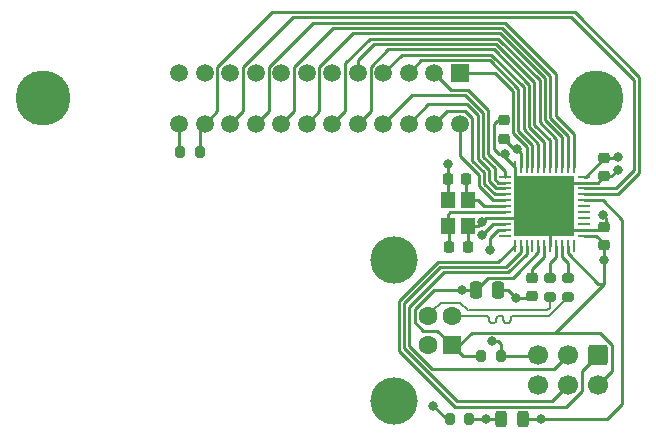
<source format=gbr>
%TF.GenerationSoftware,KiCad,Pcbnew,(6.0.0-rc1-415-g653c7b78d7)*%
%TF.CreationDate,2021-12-23T14:01:08-08:00*%
%TF.ProjectId,xyp-gpib,7879702d-6770-4696-922e-6b696361645f,rev?*%
%TF.SameCoordinates,Original*%
%TF.FileFunction,Copper,L2,Bot*%
%TF.FilePolarity,Positive*%
%FSLAX46Y46*%
G04 Gerber Fmt 4.6, Leading zero omitted, Abs format (unit mm)*
G04 Created by KiCad (PCBNEW (6.0.0-rc1-415-g653c7b78d7)) date 2021-12-23 14:01:08*
%MOMM*%
%LPD*%
G01*
G04 APERTURE LIST*
G04 Aperture macros list*
%AMRoundRect*
0 Rectangle with rounded corners*
0 $1 Rounding radius*
0 $2 $3 $4 $5 $6 $7 $8 $9 X,Y pos of 4 corners*
0 Add a 4 corners polygon primitive as box body*
4,1,4,$2,$3,$4,$5,$6,$7,$8,$9,$2,$3,0*
0 Add four circle primitives for the rounded corners*
1,1,$1+$1,$2,$3*
1,1,$1+$1,$4,$5*
1,1,$1+$1,$6,$7*
1,1,$1+$1,$8,$9*
0 Add four rect primitives between the rounded corners*
20,1,$1+$1,$2,$3,$4,$5,0*
20,1,$1+$1,$4,$5,$6,$7,0*
20,1,$1+$1,$6,$7,$8,$9,0*
20,1,$1+$1,$8,$9,$2,$3,0*%
G04 Aperture macros list end*
%TA.AperFunction,ComponentPad*%
%ADD10R,1.600000X1.600000*%
%TD*%
%TA.AperFunction,ComponentPad*%
%ADD11C,1.600000*%
%TD*%
%TA.AperFunction,ComponentPad*%
%ADD12C,4.000000*%
%TD*%
%TA.AperFunction,ComponentPad*%
%ADD13R,1.500000X1.500000*%
%TD*%
%TA.AperFunction,ComponentPad*%
%ADD14C,1.500000*%
%TD*%
%TA.AperFunction,ComponentPad*%
%ADD15C,4.650000*%
%TD*%
%TA.AperFunction,ComponentPad*%
%ADD16RoundRect,0.250000X-0.600000X0.600000X-0.600000X-0.600000X0.600000X-0.600000X0.600000X0.600000X0*%
%TD*%
%TA.AperFunction,ComponentPad*%
%ADD17C,1.700000*%
%TD*%
%TA.AperFunction,SMDPad,CuDef*%
%ADD18RoundRect,0.250000X-0.250000X-0.475000X0.250000X-0.475000X0.250000X0.475000X-0.250000X0.475000X0*%
%TD*%
%TA.AperFunction,SMDPad,CuDef*%
%ADD19RoundRect,0.225000X0.250000X-0.225000X0.250000X0.225000X-0.250000X0.225000X-0.250000X-0.225000X0*%
%TD*%
%TA.AperFunction,SMDPad,CuDef*%
%ADD20RoundRect,0.225000X-0.250000X0.225000X-0.250000X-0.225000X0.250000X-0.225000X0.250000X0.225000X0*%
%TD*%
%TA.AperFunction,SMDPad,CuDef*%
%ADD21RoundRect,0.243750X-0.243750X-0.456250X0.243750X-0.456250X0.243750X0.456250X-0.243750X0.456250X0*%
%TD*%
%TA.AperFunction,SMDPad,CuDef*%
%ADD22RoundRect,0.200000X-0.200000X-0.275000X0.200000X-0.275000X0.200000X0.275000X-0.200000X0.275000X0*%
%TD*%
%TA.AperFunction,SMDPad,CuDef*%
%ADD23RoundRect,0.200000X-0.275000X0.200000X-0.275000X-0.200000X0.275000X-0.200000X0.275000X0.200000X0*%
%TD*%
%TA.AperFunction,SMDPad,CuDef*%
%ADD24RoundRect,0.200000X0.200000X0.275000X-0.200000X0.275000X-0.200000X-0.275000X0.200000X-0.275000X0*%
%TD*%
%TA.AperFunction,SMDPad,CuDef*%
%ADD25RoundRect,0.062500X0.062500X-0.475000X0.062500X0.475000X-0.062500X0.475000X-0.062500X-0.475000X0*%
%TD*%
%TA.AperFunction,SMDPad,CuDef*%
%ADD26RoundRect,0.062500X0.475000X-0.062500X0.475000X0.062500X-0.475000X0.062500X-0.475000X-0.062500X0*%
%TD*%
%TA.AperFunction,SMDPad,CuDef*%
%ADD27R,5.200000X5.200000*%
%TD*%
%TA.AperFunction,SMDPad,CuDef*%
%ADD28RoundRect,0.225000X-0.225000X-0.250000X0.225000X-0.250000X0.225000X0.250000X-0.225000X0.250000X0*%
%TD*%
%TA.AperFunction,SMDPad,CuDef*%
%ADD29RoundRect,0.225000X0.225000X0.250000X-0.225000X0.250000X-0.225000X-0.250000X0.225000X-0.250000X0*%
%TD*%
%TA.AperFunction,SMDPad,CuDef*%
%ADD30R,1.200000X1.400000*%
%TD*%
%TA.AperFunction,ViaPad*%
%ADD31C,0.800000*%
%TD*%
%TA.AperFunction,Conductor*%
%ADD32C,0.250000*%
%TD*%
%TA.AperFunction,Conductor*%
%ADD33C,0.200000*%
%TD*%
G04 APERTURE END LIST*
D10*
%TO.P,J1,1*%
%TO.N,+5V*%
X215172000Y-125298000D03*
D11*
%TO.P,J1,2*%
%TO.N,/USB_N*%
X215172000Y-122798000D03*
%TO.P,J1,3*%
%TO.N,/USB_P*%
X213172000Y-122798000D03*
%TO.P,J1,4*%
%TO.N,GND*%
X213172000Y-125298000D03*
D12*
%TO.P,J1,5*%
X210312000Y-118048000D03*
X210312000Y-130048000D03*
%TD*%
D13*
%TO.P,GPIB1,1*%
%TO.N,/DIO5*%
X215874000Y-102249000D03*
D14*
%TO.P,GPIB1,2*%
%TO.N,/DIO1*%
X215874000Y-106539000D03*
%TO.P,GPIB1,3*%
%TO.N,/DIO6*%
X213714000Y-102249000D03*
%TO.P,GPIB1,4*%
%TO.N,/DIO2*%
X213714000Y-106539000D03*
%TO.P,GPIB1,5*%
%TO.N,/DIO7*%
X211554000Y-102249000D03*
%TO.P,GPIB1,6*%
%TO.N,/DIO3*%
X211554000Y-106539000D03*
%TO.P,GPIB1,7*%
%TO.N,/DIO8*%
X209394000Y-102249000D03*
%TO.P,GPIB1,8*%
%TO.N,/DIO4*%
X209394000Y-106539000D03*
%TO.P,GPIB1,9*%
%TO.N,/REN*%
X207234000Y-102249000D03*
%TO.P,GPIB1,10*%
%TO.N,/EOI*%
X207234000Y-106539000D03*
%TO.P,GPIB1,11*%
%TO.N,GND*%
X205074000Y-102249000D03*
%TO.P,GPIB1,12*%
%TO.N,/DAV*%
X205074000Y-106539000D03*
%TO.P,GPIB1,13*%
%TO.N,GND*%
X202914000Y-102249000D03*
%TO.P,GPIB1,14*%
%TO.N,/NRFD*%
X202914000Y-106539000D03*
%TO.P,GPIB1,15*%
%TO.N,GND*%
X200754000Y-102249000D03*
%TO.P,GPIB1,16*%
%TO.N,/NDAC*%
X200754000Y-106539000D03*
%TO.P,GPIB1,17*%
%TO.N,GND*%
X198594000Y-102249000D03*
%TO.P,GPIB1,18*%
%TO.N,/IFC*%
X198594000Y-106539000D03*
%TO.P,GPIB1,19*%
%TO.N,GND*%
X196434000Y-102249000D03*
%TO.P,GPIB1,20*%
%TO.N,/SRQ*%
X196434000Y-106539000D03*
%TO.P,GPIB1,21*%
%TO.N,GND*%
X194274000Y-102249000D03*
%TO.P,GPIB1,22*%
%TO.N,/ATN*%
X194274000Y-106539000D03*
%TO.P,GPIB1,23*%
%TO.N,GND*%
X192114000Y-102249000D03*
%TO.P,GPIB1,24*%
X192114000Y-106539000D03*
D15*
%TO.P,GPIB1,MH1*%
%TO.N,Net-(GPIB1-PadMH1)*%
X227394000Y-104394000D03*
%TO.P,GPIB1,MH2*%
%TO.N,GND*%
X180594000Y-104394000D03*
%TD*%
D16*
%TO.P,ISP1,1*%
%TO.N,/MISO*%
X227584000Y-126111000D03*
D17*
%TO.P,ISP1,2*%
%TO.N,+5V*%
X227584000Y-128651000D03*
%TO.P,ISP1,3*%
%TO.N,/SCK*%
X225044000Y-126111000D03*
%TO.P,ISP1,4*%
%TO.N,/MOSI*%
X225044000Y-128651000D03*
%TO.P,ISP1,5*%
%TO.N,Net-(ISP1-Pad5)*%
X222504000Y-126111000D03*
%TO.P,ISP1,6*%
%TO.N,GND*%
X222504000Y-128651000D03*
%TD*%
D18*
%TO.P,C1,1*%
%TO.N,+5V*%
X217236000Y-120650000D03*
%TO.P,C1,2*%
%TO.N,GND*%
X219136000Y-120650000D03*
%TD*%
D19*
%TO.P,C2,1*%
%TO.N,+5V*%
X219583000Y-107823000D03*
%TO.P,C2,2*%
%TO.N,GND*%
X219583000Y-106273000D03*
%TD*%
D20*
%TO.P,C7,1*%
%TO.N,Net-(C7-Pad1)*%
X221996000Y-119621000D03*
%TO.P,C7,2*%
%TO.N,GND*%
X221996000Y-121171000D03*
%TD*%
D21*
%TO.P,D1,1*%
%TO.N,Net-(D1-Pad1)*%
X219359000Y-131572000D03*
%TO.P,D1,2*%
%TO.N,Net-(D1-Pad2)*%
X221234000Y-131572000D03*
%TD*%
D22*
%TO.P,R1,1*%
%TO.N,+5V*%
X217679000Y-126238000D03*
%TO.P,R1,2*%
%TO.N,Net-(ISP1-Pad5)*%
X219329000Y-126238000D03*
%TD*%
D23*
%TO.P,R2,1*%
%TO.N,Net-(R2-Pad1)*%
X225044000Y-119571000D03*
%TO.P,R2,2*%
%TO.N,/USB_N*%
X225044000Y-121221000D03*
%TD*%
%TO.P,R3,1*%
%TO.N,Net-(R3-Pad1)*%
X223520000Y-119571000D03*
%TO.P,R3,2*%
%TO.N,/USB_P*%
X223520000Y-121221000D03*
%TD*%
D24*
%TO.P,R4,1*%
%TO.N,Net-(D1-Pad1)*%
X216662000Y-131572000D03*
%TO.P,R4,2*%
%TO.N,GND*%
X215012000Y-131572000D03*
%TD*%
%TO.P,R5,1*%
%TO.N,/ATN*%
X193865000Y-108966000D03*
%TO.P,R5,2*%
%TO.N,GND*%
X192215000Y-108966000D03*
%TD*%
D25*
%TO.P,U1,1*%
%TO.N,Net-(U1-Pad1)*%
X225527000Y-116860500D03*
%TO.P,U1,2*%
%TO.N,+5V*%
X225027000Y-116860500D03*
%TO.P,U1,3*%
%TO.N,Net-(R2-Pad1)*%
X224527000Y-116860500D03*
%TO.P,U1,4*%
%TO.N,Net-(R3-Pad1)*%
X224027000Y-116860500D03*
%TO.P,U1,5*%
%TO.N,GND*%
X223527000Y-116860500D03*
%TO.P,U1,6*%
%TO.N,Net-(C7-Pad1)*%
X223027000Y-116860500D03*
%TO.P,U1,7*%
%TO.N,+5V*%
X222527000Y-116860500D03*
%TO.P,U1,8*%
%TO.N,Net-(U1-Pad8)*%
X222027000Y-116860500D03*
%TO.P,U1,9*%
%TO.N,/SCK*%
X221527000Y-116860500D03*
%TO.P,U1,10*%
%TO.N,/MOSI*%
X221027000Y-116860500D03*
%TO.P,U1,11*%
%TO.N,/MISO*%
X220527000Y-116860500D03*
D26*
%TO.P,U1,12*%
%TO.N,Net-(U1-Pad12)*%
X219689500Y-116023000D03*
%TO.P,U1,13*%
%TO.N,Net-(ISP1-Pad5)*%
X219689500Y-115523000D03*
%TO.P,U1,14*%
%TO.N,+5V*%
X219689500Y-115023000D03*
%TO.P,U1,15*%
%TO.N,GND*%
X219689500Y-114523000D03*
%TO.P,U1,16*%
%TO.N,Net-(C5-Pad1)*%
X219689500Y-114023000D03*
%TO.P,U1,17*%
%TO.N,Net-(C6-Pad1)*%
X219689500Y-113523000D03*
%TO.P,U1,18*%
%TO.N,/DIO1*%
X219689500Y-113023000D03*
%TO.P,U1,19*%
%TO.N,/DIO2*%
X219689500Y-112523000D03*
%TO.P,U1,20*%
%TO.N,/DIO3*%
X219689500Y-112023000D03*
%TO.P,U1,21*%
%TO.N,/DIO4*%
X219689500Y-111523000D03*
%TO.P,U1,22*%
%TO.N,/DIO6*%
X219689500Y-111023000D03*
D25*
%TO.P,U1,23*%
%TO.N,GND*%
X220527000Y-110185500D03*
%TO.P,U1,24*%
%TO.N,+5V*%
X221027000Y-110185500D03*
%TO.P,U1,25*%
%TO.N,/DIO5*%
X221527000Y-110185500D03*
%TO.P,U1,26*%
%TO.N,/DIO7*%
X222027000Y-110185500D03*
%TO.P,U1,27*%
%TO.N,/DIO8*%
X222527000Y-110185500D03*
%TO.P,U1,28*%
%TO.N,/EOI*%
X223027000Y-110185500D03*
%TO.P,U1,29*%
%TO.N,/REN*%
X223527000Y-110185500D03*
%TO.P,U1,30*%
%TO.N,/DAV*%
X224027000Y-110185500D03*
%TO.P,U1,31*%
%TO.N,/NRFD*%
X224527000Y-110185500D03*
%TO.P,U1,32*%
%TO.N,/NDAC*%
X225027000Y-110185500D03*
%TO.P,U1,33*%
%TO.N,/IFC*%
X225527000Y-110185500D03*
D26*
%TO.P,U1,34*%
%TO.N,+5V*%
X226364500Y-111023000D03*
%TO.P,U1,35*%
%TO.N,GND*%
X226364500Y-111523000D03*
%TO.P,U1,36*%
%TO.N,/SRQ*%
X226364500Y-112023000D03*
%TO.P,U1,37*%
%TO.N,/ATN*%
X226364500Y-112523000D03*
%TO.P,U1,38*%
%TO.N,Net-(D1-Pad2)*%
X226364500Y-113023000D03*
%TO.P,U1,39*%
%TO.N,Net-(U1-Pad39)*%
X226364500Y-113523000D03*
%TO.P,U1,40*%
%TO.N,Net-(U1-Pad40)*%
X226364500Y-114023000D03*
%TO.P,U1,41*%
%TO.N,Net-(U1-Pad41)*%
X226364500Y-114523000D03*
%TO.P,U1,42*%
%TO.N,Net-(U1-Pad42)*%
X226364500Y-115023000D03*
%TO.P,U1,43*%
%TO.N,GND*%
X226364500Y-115523000D03*
%TO.P,U1,44*%
%TO.N,+5V*%
X226364500Y-116023000D03*
D27*
%TO.P,U1,45*%
%TO.N,GND*%
X223027000Y-113523000D03*
%TD*%
D28*
%TO.P,C5,1*%
%TO.N,Net-(C5-Pad1)*%
X214998000Y-116967000D03*
%TO.P,C5,2*%
%TO.N,GND*%
X216548000Y-116967000D03*
%TD*%
D29*
%TO.P,C6,1*%
%TO.N,Net-(C6-Pad1)*%
X216421000Y-111252000D03*
%TO.P,C6,2*%
%TO.N,GND*%
X214871000Y-111252000D03*
%TD*%
D30*
%TO.P,Y1,1*%
%TO.N,Net-(C6-Pad1)*%
X216539000Y-112985000D03*
%TO.P,Y1,2*%
%TO.N,GND*%
X216539000Y-115185000D03*
%TO.P,Y1,3*%
%TO.N,Net-(C5-Pad1)*%
X214839000Y-115185000D03*
%TO.P,Y1,4*%
%TO.N,GND*%
X214839000Y-112985000D03*
%TD*%
D19*
%TO.P,C3,1*%
%TO.N,+5V*%
X228092000Y-116853000D03*
%TO.P,C3,2*%
%TO.N,GND*%
X228092000Y-115303000D03*
%TD*%
D20*
%TO.P,C4,1*%
%TO.N,+5V*%
X228092000Y-109461000D03*
%TO.P,C4,2*%
%TO.N,GND*%
X228092000Y-111011000D03*
%TD*%
D31*
%TO.N,GND*%
X229235000Y-110490000D03*
X220599000Y-121285000D03*
X227965000Y-114300000D03*
X219679685Y-109092016D03*
X217741500Y-114871500D03*
X214884000Y-109982000D03*
X213614000Y-130429000D03*
%TO.N,+5V*%
X220715697Y-108722303D03*
X216027000Y-120650000D03*
X229235000Y-109347000D03*
X217734554Y-115957925D03*
X228092000Y-118110000D03*
%TO.N,Net-(D1-Pad2)*%
X222758000Y-131572000D03*
%TO.N,Net-(D1-Pad1)*%
X218059000Y-131572000D03*
%TO.N,Net-(ISP1-Pad5)*%
X218567000Y-124968000D03*
X218440000Y-117221000D03*
%TD*%
D32*
%TO.N,GND*%
X217741500Y-114871500D02*
X218090000Y-114523000D01*
X223527000Y-114023000D02*
X223027000Y-113523000D01*
X227580000Y-111523000D02*
X228092000Y-111011000D01*
X218782990Y-108673990D02*
X218782990Y-106591010D01*
X225027000Y-115523000D02*
X223027000Y-113523000D01*
X220552010Y-111048010D02*
X223027000Y-113523000D01*
X220527000Y-110185500D02*
X219679685Y-109338185D01*
X192114000Y-108865000D02*
X192215000Y-108966000D01*
X227999000Y-115523000D02*
X228219000Y-115303000D01*
X221882000Y-121285000D02*
X221996000Y-121171000D01*
X217428000Y-115185000D02*
X217741500Y-114871500D01*
X226364500Y-111523000D02*
X227580000Y-111523000D01*
X216539000Y-115185000D02*
X217428000Y-115185000D01*
X226364500Y-115523000D02*
X225027000Y-115523000D01*
X222027000Y-114523000D02*
X223027000Y-113523000D01*
X212791000Y-125298000D02*
X212791000Y-125112998D01*
X215012000Y-131572000D02*
X214757000Y-131572000D01*
X219136000Y-120650000D02*
X219964000Y-120650000D01*
X218782990Y-106591010D02*
X219036990Y-106337010D01*
X216548000Y-115194000D02*
X216539000Y-115185000D01*
X225027000Y-111523000D02*
X223027000Y-113523000D01*
X218090000Y-114523000D02*
X219689500Y-114523000D01*
X214871000Y-112953000D02*
X214839000Y-112985000D01*
X214871000Y-111252000D02*
X214871000Y-109995000D01*
X219964000Y-120650000D02*
X220599000Y-121285000D01*
X228219000Y-114554000D02*
X227965000Y-114300000D01*
X214871000Y-109995000D02*
X214884000Y-109982000D01*
X220552010Y-110210510D02*
X220552010Y-111048010D01*
X228092000Y-111011000D02*
X228714000Y-111011000D01*
X219689500Y-114523000D02*
X222027000Y-114523000D01*
X219518990Y-106337010D02*
X219583000Y-106273000D01*
X223527000Y-116860500D02*
X223527000Y-114023000D01*
X228092000Y-111011000D02*
X227978000Y-111011000D01*
X220527000Y-110185500D02*
X220552010Y-110210510D01*
X228714000Y-111011000D02*
X229235000Y-110490000D01*
X219679685Y-109092016D02*
X219201016Y-109092016D01*
X219036990Y-106337010D02*
X219518990Y-106337010D01*
X216548000Y-116967000D02*
X216548000Y-115194000D01*
X226364500Y-115523000D02*
X227999000Y-115523000D01*
X226364500Y-111523000D02*
X225027000Y-111523000D01*
X214757000Y-131572000D02*
X213614000Y-130429000D01*
X228219000Y-115303000D02*
X228219000Y-114554000D01*
X219679685Y-109338185D02*
X219679685Y-109092016D01*
X216539000Y-115185000D02*
X217047000Y-115185000D01*
X214871000Y-111252000D02*
X214871000Y-112953000D01*
X192114000Y-106539000D02*
X192114000Y-108865000D01*
X219201016Y-109092016D02*
X218782990Y-108673990D01*
X220599000Y-121285000D02*
X221882000Y-121285000D01*
%TO.N,+5V*%
X223933000Y-124238000D02*
X227724190Y-124238000D01*
X227389000Y-116023000D02*
X228219000Y-116853000D01*
X218286010Y-119599990D02*
X220373032Y-119599990D01*
X215824000Y-125298000D02*
X216884000Y-124238000D01*
X229235000Y-109448000D02*
X229235000Y-109347000D01*
X220527022Y-119446000D02*
X220723011Y-119250011D01*
X228092000Y-109461000D02*
X229248000Y-109461000D01*
X213654998Y-120650000D02*
X212046999Y-122257999D01*
X226364500Y-116023000D02*
X227389000Y-116023000D01*
X221027000Y-110185500D02*
X221027000Y-109033606D01*
X221027000Y-109033606D02*
X220715697Y-108722303D01*
X218669479Y-115023000D02*
X219689500Y-115023000D01*
X220373032Y-119599990D02*
X220723011Y-119250011D01*
X216884000Y-124238000D02*
X223933000Y-124238000D01*
X226530000Y-111023000D02*
X228092000Y-109461000D01*
X225027000Y-117489000D02*
X225027000Y-116860500D01*
X223933000Y-124238000D02*
X228092000Y-120079000D01*
X228092000Y-118110000D02*
X228092000Y-116980000D01*
X228092000Y-116980000D02*
X228219000Y-116853000D01*
X217236000Y-120650000D02*
X218286010Y-119599990D01*
X220723011Y-119250011D02*
X222527000Y-117446022D01*
X217236000Y-120650000D02*
X216027000Y-120650000D01*
X219583000Y-107823000D02*
X220482303Y-108722303D01*
X228092000Y-120079000D02*
X227617000Y-120079000D01*
X228092000Y-120079000D02*
X228092000Y-118110000D01*
X216112000Y-126238000D02*
X215172000Y-125298000D01*
X215172000Y-125298000D02*
X215824000Y-125298000D01*
X212787998Y-124079000D02*
X213953000Y-124079000D01*
X229248000Y-109461000D02*
X229235000Y-109448000D01*
X217679000Y-126238000D02*
X216112000Y-126238000D01*
X228759010Y-127475990D02*
X227584000Y-128651000D01*
X228759010Y-125272820D02*
X228759010Y-127475990D01*
X227724190Y-124238000D02*
X228759010Y-125272820D01*
X227617000Y-120079000D02*
X225027000Y-117489000D01*
X220482303Y-108722303D02*
X220715697Y-108722303D01*
X212046999Y-123338001D02*
X212787998Y-124079000D01*
X213953000Y-124079000D02*
X215172000Y-125298000D01*
X212046999Y-122257999D02*
X212046999Y-123338001D01*
X216027000Y-120650000D02*
X213654998Y-120650000D01*
X217734554Y-115957925D02*
X218669479Y-115023000D01*
X222527000Y-117446022D02*
X222527000Y-116860500D01*
X226364500Y-111023000D02*
X226530000Y-111023000D01*
%TO.N,Net-(C7-Pad1)*%
X221996000Y-118842000D02*
X222997000Y-117841000D01*
X223027000Y-117841000D02*
X223027000Y-116860500D01*
X221996000Y-119621000D02*
X221996000Y-118842000D01*
X223027000Y-117841000D02*
X222997000Y-117841000D01*
%TO.N,Net-(D1-Pad2)*%
X228346000Y-131572000D02*
X221234000Y-131572000D01*
X226364500Y-113023000D02*
X227958000Y-113023000D01*
X229616000Y-114681000D02*
X229616000Y-130302000D01*
X227958000Y-113023000D02*
X229616000Y-114681000D01*
X229616000Y-130302000D02*
X228346000Y-131572000D01*
%TO.N,Net-(D1-Pad1)*%
X216662000Y-131572000D02*
X219359000Y-131572000D01*
%TO.N,/ATN*%
X193865000Y-106948000D02*
X194274000Y-106539000D01*
X231082011Y-102556600D02*
X225616206Y-97090794D01*
X226364500Y-112523000D02*
X229235410Y-112523000D01*
X195349001Y-105463999D02*
X194274000Y-106539000D01*
X229235410Y-112523000D02*
X231082011Y-110676400D01*
X231082011Y-110676400D02*
X231082011Y-102556600D01*
X200001204Y-97090794D02*
X195349001Y-101742997D01*
X226364500Y-112523000D02*
X227086432Y-112523000D01*
X225616206Y-97090794D02*
X200001204Y-97090794D01*
X195349001Y-101742997D02*
X195349001Y-105463999D01*
X193865000Y-108966000D02*
X193865000Y-106948000D01*
%TO.N,/SRQ*%
X197509001Y-101742997D02*
X197509001Y-105463999D01*
X197509001Y-105463999D02*
X196434000Y-106539000D01*
X201711193Y-97540805D02*
X197509001Y-101742997D01*
X226364500Y-112023000D02*
X229099000Y-112023000D01*
X230632000Y-102870000D02*
X225302805Y-97540805D01*
X230632000Y-110490000D02*
X230632000Y-102870000D01*
X225302805Y-97540805D02*
X201711193Y-97540805D01*
X229099000Y-112023000D02*
X230632000Y-110490000D01*
%TO.N,/IFC*%
X223983098Y-102305810D02*
X219668104Y-97990816D01*
X199678999Y-101732999D02*
X199678999Y-105454001D01*
X199678999Y-105454001D02*
X198594000Y-106539000D01*
X225527000Y-107417000D02*
X223983098Y-105873098D01*
X223983098Y-105873098D02*
X223983098Y-102305810D01*
X203421182Y-97990816D02*
X199678999Y-101732999D01*
X219668104Y-97990816D02*
X203421182Y-97990816D01*
X225527000Y-110185500D02*
X225527000Y-107417000D01*
%TO.N,/NDAC*%
X225027000Y-107553410D02*
X223533087Y-106059498D01*
X219481704Y-98440827D02*
X205131171Y-98440827D01*
X201838999Y-105454001D02*
X200754000Y-106539000D01*
X223533087Y-106059498D02*
X223533087Y-102492210D01*
X223533087Y-102492210D02*
X219481704Y-98440827D01*
X225027000Y-110185500D02*
X225027000Y-107553410D01*
X201838999Y-101732999D02*
X201838999Y-105454001D01*
X205131171Y-98440827D02*
X201838999Y-101732999D01*
%TO.N,/NRFD*%
X206841160Y-98890838D02*
X203989001Y-101742997D01*
X224527000Y-107689821D02*
X223083076Y-106245898D01*
X219295304Y-98890838D02*
X206841160Y-98890838D01*
X224527000Y-110185500D02*
X224527000Y-107689821D01*
X223083076Y-106245898D02*
X223083076Y-102678610D01*
X223083076Y-102678610D02*
X219295304Y-98890838D01*
X203989001Y-105463999D02*
X202914000Y-106539000D01*
X203989001Y-101742997D02*
X203989001Y-105463999D01*
%TO.N,/DAV*%
X222633065Y-102865011D02*
X222633065Y-106432298D01*
X224027000Y-107826232D02*
X224027000Y-110185500D01*
X219108903Y-99340849D02*
X222633065Y-102865011D01*
X208253151Y-99340849D02*
X219108903Y-99340849D01*
X206149001Y-105463999D02*
X206149001Y-101444999D01*
X222633065Y-106432298D02*
X224027000Y-107826232D01*
X206149001Y-101444999D02*
X208253151Y-99340849D01*
X205074000Y-106539000D02*
X206149001Y-105463999D01*
%TO.N,/REN*%
X207234000Y-102249000D02*
X207234000Y-101188340D01*
X207234000Y-101188340D02*
X208631480Y-99790860D01*
X223527000Y-107962643D02*
X223527000Y-110185500D01*
X222183054Y-103051411D02*
X222183054Y-106618698D01*
X218922503Y-99790860D02*
X222183054Y-103051411D01*
X208631480Y-99790860D02*
X218922503Y-99790860D01*
X222183054Y-106618698D02*
X223527000Y-107962643D01*
%TO.N,/EOI*%
X208318999Y-105454001D02*
X207234000Y-106539000D01*
X221733043Y-106805098D02*
X221733043Y-103237810D01*
X223027000Y-110185500D02*
X223027000Y-108099055D01*
X223027000Y-108099055D02*
X221733043Y-106805098D01*
X218736104Y-100240871D02*
X209811127Y-100240871D01*
X209811127Y-100240871D02*
X208318999Y-101732999D01*
X221733043Y-103237810D02*
X218736104Y-100240871D01*
X208318999Y-101732999D02*
X208318999Y-105454001D01*
%TO.N,/DIO8*%
X218549703Y-100690882D02*
X221283032Y-103424211D01*
X209394000Y-102249000D02*
X210952118Y-100690882D01*
X221283032Y-103424211D02*
X221283032Y-106991498D01*
X222527000Y-108235465D02*
X222527000Y-110185500D01*
X221283032Y-106991498D02*
X222527000Y-108235465D01*
X210952118Y-100690882D02*
X218549703Y-100690882D01*
%TO.N,/DIO4*%
X217849023Y-109322438D02*
X218826993Y-110300408D01*
X217849023Y-105650199D02*
X217849023Y-109322438D01*
X209394000Y-106539000D02*
X211793000Y-104140000D01*
X219103978Y-111523000D02*
X219689500Y-111523000D01*
X218826993Y-111246012D02*
X219103978Y-111523000D01*
X218826993Y-110300408D02*
X218826993Y-111246012D01*
X211793000Y-104140000D02*
X216338824Y-104140000D01*
X216338824Y-104140000D02*
X217849023Y-105650199D01*
%TO.N,/DIO7*%
X222027000Y-108371877D02*
X222027000Y-110185500D01*
X218396410Y-101173999D02*
X220833021Y-103610610D01*
X211554000Y-102249000D02*
X212629001Y-101173999D01*
X212629001Y-101173999D02*
X218396410Y-101173999D01*
X220833021Y-103610610D02*
X220833021Y-107177898D01*
X220833021Y-107177898D02*
X222027000Y-108371877D01*
%TO.N,/DIO3*%
X218967567Y-112023000D02*
X219689500Y-112023000D01*
X217399012Y-109508837D02*
X218376982Y-110486807D01*
X218376982Y-110486807D02*
X218376982Y-111432412D01*
X217399012Y-105836599D02*
X217399012Y-109508837D01*
X213191000Y-104902000D02*
X216464413Y-104902000D01*
X216464413Y-104902000D02*
X217399012Y-105836599D01*
X211554000Y-106539000D02*
X213191000Y-104902000D01*
X218376982Y-111432412D02*
X218967567Y-112023000D01*
%TO.N,/DIO6*%
X219689500Y-110526504D02*
X219689500Y-111023000D01*
X218299034Y-109136038D02*
X219689500Y-110526504D01*
X213714000Y-102249000D02*
X215154989Y-103689989D01*
X216594400Y-103689989D02*
X218299034Y-105394623D01*
X215154989Y-103689989D02*
X216594400Y-103689989D01*
X218299034Y-105394623D02*
X218299034Y-109136038D01*
%TO.N,/DIO2*%
X217926971Y-110673208D02*
X217926971Y-111618812D01*
X216949001Y-106079411D02*
X216949001Y-109695238D01*
X213714000Y-106539000D02*
X214789001Y-105463999D01*
X214789001Y-105463999D02*
X216333589Y-105463999D01*
X216333589Y-105463999D02*
X216949001Y-106079411D01*
X218831156Y-112523000D02*
X219689500Y-112523000D01*
X216949001Y-109695238D02*
X217926971Y-110673208D01*
X217926971Y-111618812D02*
X218831156Y-112523000D01*
%TO.N,/DIO5*%
X218835000Y-102249000D02*
X217819000Y-102249000D01*
X221527000Y-110185500D02*
X221527000Y-108508287D01*
X220383010Y-107364298D02*
X220383010Y-103797010D01*
X217819000Y-102249000D02*
X215874000Y-102249000D01*
X221527000Y-108508287D02*
X220383010Y-107364298D01*
X220383010Y-103797010D02*
X218835000Y-102249000D01*
%TO.N,/DIO1*%
X218694748Y-113023000D02*
X217476960Y-111805212D01*
X217476960Y-110859607D02*
X215874000Y-109256647D01*
X217476960Y-111805212D02*
X217476960Y-110859607D01*
X219689500Y-113023000D02*
X218694748Y-113023000D01*
X215874000Y-109256647D02*
X215874000Y-106539000D01*
%TO.N,/MOSI*%
X221027000Y-117446021D02*
X219786002Y-118687019D01*
X223647000Y-130048000D02*
X225044000Y-128651000D01*
X221027000Y-116860500D02*
X221027000Y-117446021D01*
X215620588Y-130048000D02*
X223647000Y-130048000D01*
X219786002Y-118687019D02*
X214177160Y-118687019D01*
X211146977Y-125574389D02*
X215620588Y-130048000D01*
X211146977Y-121717202D02*
X211146977Y-125574389D01*
X214177160Y-118687019D02*
X211146977Y-121717202D01*
%TO.N,Net-(ISP1-Pad5)*%
X219329000Y-125222000D02*
X219329000Y-126238000D01*
X219689500Y-115523000D02*
X219103978Y-115523000D01*
X219329000Y-126238000D02*
X222377000Y-126238000D01*
X218567000Y-124968000D02*
X219075000Y-124968000D01*
X219075000Y-124968000D02*
X219329000Y-125222000D01*
X218440000Y-116186978D02*
X218440000Y-117221000D01*
X222377000Y-126238000D02*
X222504000Y-126111000D01*
X219103978Y-115523000D02*
X218440000Y-116186978D01*
%TO.N,/SCK*%
X223868999Y-127286001D02*
X225044000Y-126111000D01*
X219972402Y-119137030D02*
X214531557Y-119137030D01*
X213494999Y-127286001D02*
X223868999Y-127286001D01*
X221527000Y-117582433D02*
X219972402Y-119137030D01*
X221527000Y-116860500D02*
X221527000Y-117582433D01*
X214531557Y-119137030D02*
X211596988Y-122071599D01*
X211596988Y-122071599D02*
X211596988Y-125387990D01*
X211596988Y-125387990D02*
X213494999Y-127286001D01*
%TO.N,/MISO*%
X210696966Y-125760789D02*
X215483167Y-130546990D01*
X226219001Y-129215001D02*
X226219001Y-127475999D01*
X219150492Y-118237008D02*
X213990760Y-118237008D01*
X215483167Y-130546990D02*
X224887012Y-130546990D01*
X210696966Y-121530802D02*
X210696966Y-125760789D01*
X220527000Y-116860500D02*
X219150492Y-118237008D01*
X226219001Y-127475999D02*
X227584000Y-126111000D01*
X224887012Y-130546990D02*
X226219001Y-129215001D01*
X213990760Y-118237008D02*
X210696966Y-121530802D01*
%TO.N,Net-(R2-Pad1)*%
X224527000Y-117865000D02*
X224527000Y-116860500D01*
X225044000Y-118364000D02*
X225044000Y-119571000D01*
X224527000Y-117865000D02*
X224545000Y-117865000D01*
X224545000Y-117865000D02*
X225044000Y-118364000D01*
%TO.N,Net-(R3-Pad1)*%
X223774000Y-118108000D02*
X223774000Y-118110000D01*
X224027000Y-117855000D02*
X224027000Y-116860500D01*
X223774000Y-118110000D02*
X223520000Y-118364000D01*
X223520000Y-118364000D02*
X223520000Y-119571000D01*
X223774000Y-118108000D02*
X224027000Y-117855000D01*
D33*
%TO.N,/USB_P*%
X213241000Y-122348000D02*
X213612998Y-122348000D01*
X223280603Y-122348000D02*
X223520000Y-122108603D01*
X223520000Y-122108603D02*
X223520000Y-121221000D01*
X214249000Y-121697999D02*
X215884999Y-121697999D01*
X212791000Y-122798000D02*
X213241000Y-122348000D01*
X216615000Y-122348000D02*
X223280603Y-122348000D01*
X213612998Y-122348000D02*
X214262999Y-121697999D01*
X215884999Y-121697999D02*
X216535000Y-122348000D01*
%TO.N,/USB_N*%
X219599709Y-123271279D02*
X219635450Y-123328160D01*
X219570000Y-123141114D02*
X219577521Y-123207870D01*
X218304549Y-122910953D02*
X218340290Y-122967834D01*
X218257046Y-122863450D02*
X218304549Y-122910953D01*
X218370000Y-123141114D02*
X218377521Y-123207870D01*
X220199709Y-122967834D02*
X220235450Y-122910953D01*
X220339834Y-122827709D02*
X220403243Y-122805521D01*
X219082953Y-122863450D02*
X219139834Y-122827709D01*
X219635450Y-123328160D02*
X219682953Y-123375663D01*
X218399709Y-123271279D02*
X218435450Y-123328160D01*
X219570000Y-123098000D02*
X219570000Y-123141114D01*
X219540290Y-122967834D02*
X219562478Y-123031243D01*
X218940290Y-123271279D02*
X218962478Y-123207870D01*
X214791000Y-122798000D02*
X218070000Y-122798000D01*
X219936756Y-123433592D02*
X220000165Y-123411404D01*
X218603243Y-123433592D02*
X218670000Y-123441114D01*
X219562478Y-123031243D02*
X219570000Y-123098000D01*
X219139834Y-122827709D02*
X219203243Y-122805521D01*
X218962478Y-123207870D02*
X218970000Y-123141114D01*
X218200165Y-122827709D02*
X218257046Y-122863450D01*
X219504549Y-122910953D02*
X219540290Y-122967834D01*
X219270000Y-122798000D02*
X219336756Y-122805521D01*
X223467000Y-122798000D02*
X225044000Y-121221000D01*
X218136756Y-122805521D02*
X218200165Y-122827709D01*
X218736756Y-123433592D02*
X218800165Y-123411404D01*
X220057046Y-123375663D02*
X220104549Y-123328160D01*
X218977521Y-123031243D02*
X218999709Y-122967834D01*
X220282953Y-122863450D02*
X220339834Y-122827709D01*
X218362478Y-123031243D02*
X218370000Y-123098000D01*
X219870000Y-123441114D02*
X219936756Y-123433592D01*
X220170000Y-123098000D02*
X220177521Y-123031243D01*
X219336756Y-122805521D02*
X219400165Y-122827709D01*
X220104549Y-123328160D02*
X220140290Y-123271279D01*
X219400165Y-122827709D02*
X219457046Y-122863450D01*
X218800165Y-123411404D02*
X218857046Y-123375663D01*
X219035450Y-122910953D02*
X219082953Y-122863450D01*
X220177521Y-123031243D02*
X220199709Y-122967834D01*
X219739834Y-123411404D02*
X219803243Y-123433592D01*
X218539834Y-123411404D02*
X218603243Y-123433592D01*
X220000165Y-123411404D02*
X220057046Y-123375663D01*
X219203243Y-122805521D02*
X219270000Y-122798000D01*
X219803243Y-123433592D02*
X219870000Y-123441114D01*
X218482953Y-123375663D02*
X218539834Y-123411404D01*
X218435450Y-123328160D02*
X218482953Y-123375663D01*
X218340290Y-122967834D02*
X218362478Y-123031243D01*
X219457046Y-122863450D02*
X219504549Y-122910953D01*
X218670000Y-123441114D02*
X218736756Y-123433592D01*
X218999709Y-122967834D02*
X219035450Y-122910953D01*
X218970000Y-123098000D02*
X218977521Y-123031243D01*
X218070000Y-122798000D02*
X218136756Y-122805521D01*
X220235450Y-122910953D02*
X220282953Y-122863450D01*
X218377521Y-123207870D02*
X218399709Y-123271279D01*
X219682953Y-123375663D02*
X219739834Y-123411404D01*
X220162478Y-123207870D02*
X220170000Y-123141114D01*
X218857046Y-123375663D02*
X218904549Y-123328160D01*
X220403243Y-122805521D02*
X220470000Y-122798000D01*
X218970000Y-123141114D02*
X218970000Y-123098000D01*
X218370000Y-123098000D02*
X218370000Y-123141114D01*
X220140290Y-123271279D02*
X220162478Y-123207870D01*
X220470000Y-122798000D02*
X223467000Y-122798000D01*
X218904549Y-123328160D02*
X218940290Y-123271279D01*
X219577521Y-123207870D02*
X219599709Y-123271279D01*
X220170000Y-123141114D02*
X220170000Y-123098000D01*
D32*
%TO.N,Net-(C5-Pad1)*%
X214998000Y-116967000D02*
X214998000Y-115344000D01*
X215051000Y-114023000D02*
X214839000Y-114235000D01*
X214998000Y-115344000D02*
X214839000Y-115185000D01*
X215051000Y-114023000D02*
X219689500Y-114023000D01*
X214839000Y-114235000D02*
X214839000Y-115185000D01*
%TO.N,Net-(C6-Pad1)*%
X216421000Y-112867000D02*
X216539000Y-112985000D01*
X219689500Y-113523000D02*
X217917000Y-113523000D01*
X216421000Y-111252000D02*
X216421000Y-112867000D01*
X217379000Y-112985000D02*
X216539000Y-112985000D01*
X217917000Y-113523000D02*
X217379000Y-112985000D01*
%TD*%
M02*

</source>
